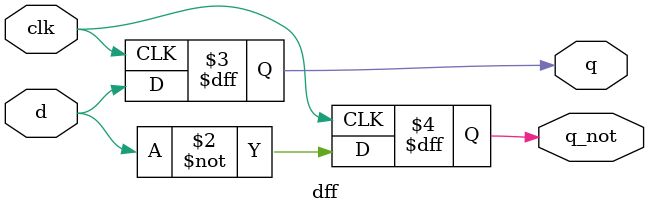
<source format=sv>
module top_module (
    input clk,
    input x,
    output z
);

wire q1, q2, q3;
wire q1_not, q2_not, q3_not;

// D flip-flops
dff dff1 (
    .clk(clk),
    .d(q1),
    .q(q1),
    .q_not(q1_not)
);

dff dff2 (
    .clk(clk),
    .d(q2),
    .q(q2),
    .q_not(q2_not)
);

dff dff3 (
    .clk(clk),
    .d(q3),
    .q(q3),
    .q_not(q3_not)
);

// Combinational logic
assign q1 = x ^ q1;
assign q2 = x & q2_not;
assign q3 = x | q3_not;

// Output logic
assign z = ~(q1 ^ q2 ^ q3);

endmodule
module dff (
    input clk,
    input d,
    output reg q,
    output reg q_not
);

always @(posedge clk) begin
    q <= d;
    q_not <= ~d;
end

endmodule

</source>
